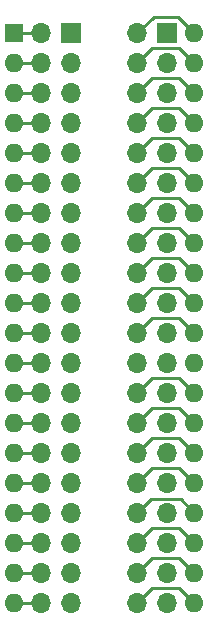
<source format=gbr>
G04 #@! TF.GenerationSoftware,KiCad,Pcbnew,7.0.2-0*
G04 #@! TF.CreationDate,2023-10-04T23:29:07+02:00*
G04 #@! TF.ProjectId,Z80 UUT Cable Header,5a383020-5555-4542-9043-61626c652048,rev?*
G04 #@! TF.SameCoordinates,Original*
G04 #@! TF.FileFunction,Copper,L2,Bot*
G04 #@! TF.FilePolarity,Positive*
%FSLAX46Y46*%
G04 Gerber Fmt 4.6, Leading zero omitted, Abs format (unit mm)*
G04 Created by KiCad (PCBNEW 7.0.2-0) date 2023-10-04 23:29:07*
%MOMM*%
%LPD*%
G01*
G04 APERTURE LIST*
G04 #@! TA.AperFunction,ComponentPad*
%ADD10R,1.700000X1.700000*%
G04 #@! TD*
G04 #@! TA.AperFunction,ComponentPad*
%ADD11O,1.700000X1.700000*%
G04 #@! TD*
G04 #@! TA.AperFunction,ComponentPad*
%ADD12R,1.600000X1.600000*%
G04 #@! TD*
G04 #@! TA.AperFunction,ComponentPad*
%ADD13O,1.600000X1.600000*%
G04 #@! TD*
G04 #@! TA.AperFunction,Conductor*
%ADD14C,0.250000*%
G04 #@! TD*
G04 APERTURE END LIST*
D10*
X126873000Y-57912000D03*
D11*
X124333000Y-57912000D03*
X126873000Y-60452000D03*
X124333000Y-60452000D03*
X126873000Y-62992000D03*
X124333000Y-62992000D03*
X126873000Y-65532000D03*
X124333000Y-65532000D03*
X126873000Y-68072000D03*
X124333000Y-68072000D03*
X126873000Y-70612000D03*
X124333000Y-70612000D03*
X126873000Y-73152000D03*
X124333000Y-73152000D03*
X126873000Y-75692000D03*
X124333000Y-75692000D03*
X126873000Y-78232000D03*
X124333000Y-78232000D03*
X126873000Y-80772000D03*
X124333000Y-80772000D03*
X126873000Y-83312000D03*
X124333000Y-83312000D03*
X126873000Y-85852000D03*
X124333000Y-85852000D03*
X126873000Y-88392000D03*
X124333000Y-88392000D03*
X126873000Y-90932000D03*
X124333000Y-90932000D03*
X126873000Y-93472000D03*
X124333000Y-93472000D03*
X126873000Y-96012000D03*
X124333000Y-96012000D03*
X126873000Y-98552000D03*
X124333000Y-98552000D03*
X126873000Y-101092000D03*
X124333000Y-101092000D03*
X126873000Y-103632000D03*
X124333000Y-103632000D03*
X126873000Y-106172000D03*
X124333000Y-106172000D03*
D10*
X135001000Y-57912000D03*
D11*
X132461000Y-57912000D03*
X135001000Y-60452000D03*
X132461000Y-60452000D03*
X135001000Y-62992000D03*
X132461000Y-62992000D03*
X135001000Y-65532000D03*
X132461000Y-65532000D03*
X135001000Y-68072000D03*
X132461000Y-68072000D03*
X135001000Y-70612000D03*
X132461000Y-70612000D03*
X135001000Y-73152000D03*
X132461000Y-73152000D03*
X135001000Y-75692000D03*
X132461000Y-75692000D03*
X135001000Y-78232000D03*
X132461000Y-78232000D03*
X135001000Y-80772000D03*
X132461000Y-80772000D03*
X135001000Y-83312000D03*
X132461000Y-83312000D03*
X135001000Y-85852000D03*
X132461000Y-85852000D03*
X135001000Y-88392000D03*
X132461000Y-88392000D03*
X135001000Y-90932000D03*
X132461000Y-90932000D03*
X135001000Y-93472000D03*
X132461000Y-93472000D03*
X135001000Y-96012000D03*
X132461000Y-96012000D03*
X135001000Y-98552000D03*
X132461000Y-98552000D03*
X135001000Y-101092000D03*
X132461000Y-101092000D03*
X135001000Y-103632000D03*
X132461000Y-103632000D03*
X135001000Y-106172000D03*
X132461000Y-106172000D03*
D12*
X122047000Y-57912000D03*
D13*
X122047000Y-60452000D03*
X122047000Y-62992000D03*
X122047000Y-65532000D03*
X122047000Y-68072000D03*
X122047000Y-70612000D03*
X122047000Y-73152000D03*
X122047000Y-75692000D03*
X122047000Y-78232000D03*
X122047000Y-80772000D03*
X122047000Y-83312000D03*
X122047000Y-85852000D03*
X122047000Y-88392000D03*
X122047000Y-90932000D03*
X122047000Y-93472000D03*
X122047000Y-96012000D03*
X122047000Y-98552000D03*
X122047000Y-101092000D03*
X122047000Y-103632000D03*
X122047000Y-106172000D03*
X137287000Y-106172000D03*
X137287000Y-103632000D03*
X137287000Y-101092000D03*
X137287000Y-98552000D03*
X137287000Y-96012000D03*
X137287000Y-93472000D03*
X137287000Y-90932000D03*
X137287000Y-88392000D03*
X137287000Y-85852000D03*
X137287000Y-83312000D03*
X137287000Y-80772000D03*
X137287000Y-78232000D03*
X137287000Y-75692000D03*
X137287000Y-73152000D03*
X137287000Y-70612000D03*
X137287000Y-68072000D03*
X137287000Y-65532000D03*
X137287000Y-62992000D03*
X137287000Y-60452000D03*
X137287000Y-57912000D03*
D14*
X122047000Y-57912000D02*
X124333000Y-57912000D01*
X122047000Y-60452000D02*
X124333000Y-60452000D01*
X122047000Y-62992000D02*
X124333000Y-62992000D01*
X122047000Y-65532000D02*
X124333000Y-65532000D01*
X122047000Y-68072000D02*
X124333000Y-68072000D01*
X122047000Y-70612000D02*
X124333000Y-70612000D01*
X122047000Y-73152000D02*
X124333000Y-73152000D01*
X122047000Y-75692000D02*
X124333000Y-75692000D01*
X122047000Y-78232000D02*
X124333000Y-78232000D01*
X122047000Y-80772000D02*
X124333000Y-80772000D01*
X122047000Y-83312000D02*
X124333000Y-83312000D01*
X122047000Y-85852000D02*
X124333000Y-85852000D01*
X122047000Y-88392000D02*
X124333000Y-88392000D01*
X122047000Y-90932000D02*
X124333000Y-90932000D01*
X122047000Y-93472000D02*
X124333000Y-93472000D01*
X122047000Y-96012000D02*
X124333000Y-96012000D01*
X122047000Y-98552000D02*
X124333000Y-98552000D01*
X122047000Y-101092000D02*
X124333000Y-101092000D01*
X122047000Y-103632000D02*
X124333000Y-103632000D01*
X124333000Y-106172000D02*
X122047000Y-106172000D01*
X133858000Y-56515000D02*
X135890000Y-56515000D01*
X135890000Y-56515000D02*
X137287000Y-57912000D01*
X132461000Y-57912000D02*
X133858000Y-56515000D01*
X133731000Y-59182000D02*
X136017000Y-59182000D01*
X132461000Y-60452000D02*
X133731000Y-59182000D01*
X136017000Y-59182000D02*
X137287000Y-60452000D01*
X132461000Y-62992000D02*
X133731000Y-61722000D01*
X136017000Y-61722000D02*
X137287000Y-62992000D01*
X133731000Y-61722000D02*
X136017000Y-61722000D01*
X132461000Y-65532000D02*
X133731000Y-64262000D01*
X133731000Y-64262000D02*
X136017000Y-64262000D01*
X136017000Y-64262000D02*
X137287000Y-65532000D01*
X133731000Y-66802000D02*
X136017000Y-66802000D01*
X132461000Y-68072000D02*
X133731000Y-66802000D01*
X136017000Y-66802000D02*
X137287000Y-68072000D01*
X136017000Y-69342000D02*
X137287000Y-70612000D01*
X133731000Y-69342000D02*
X136017000Y-69342000D01*
X132461000Y-70612000D02*
X133731000Y-69342000D01*
X133731000Y-71882000D02*
X136017000Y-71882000D01*
X132461000Y-73152000D02*
X133731000Y-71882000D01*
X136017000Y-71882000D02*
X137287000Y-73152000D01*
X133731000Y-74422000D02*
X136017000Y-74422000D01*
X136017000Y-74422000D02*
X137287000Y-75692000D01*
X132461000Y-75692000D02*
X133731000Y-74422000D01*
X136017000Y-76962000D02*
X137287000Y-78232000D01*
X133731000Y-76962000D02*
X136017000Y-76962000D01*
X132461000Y-78232000D02*
X133731000Y-76962000D01*
X132461000Y-80772000D02*
X133731000Y-79502000D01*
X136017000Y-79502000D02*
X137287000Y-80772000D01*
X133731000Y-79502000D02*
X136017000Y-79502000D01*
X136017000Y-82042000D02*
X137287000Y-83312000D01*
X133731000Y-82042000D02*
X136017000Y-82042000D01*
X132461000Y-83312000D02*
X133731000Y-82042000D01*
X132461000Y-88392000D02*
X133731000Y-87122000D01*
X136017000Y-87122000D02*
X137287000Y-88392000D01*
X133731000Y-87122000D02*
X136017000Y-87122000D01*
X136017000Y-89662000D02*
X137287000Y-90932000D01*
X133731000Y-89662000D02*
X136017000Y-89662000D01*
X132461000Y-90932000D02*
X133731000Y-89662000D01*
X132461000Y-93472000D02*
X133731000Y-92202000D01*
X133731000Y-92202000D02*
X136017000Y-92202000D01*
X136017000Y-92202000D02*
X137287000Y-93472000D01*
X136017000Y-94742000D02*
X137287000Y-96012000D01*
X132461000Y-96012000D02*
X133731000Y-94742000D01*
X133731000Y-94742000D02*
X136017000Y-94742000D01*
X133636001Y-97376999D02*
X136111999Y-97376999D01*
X136111999Y-97376999D02*
X137287000Y-98552000D01*
X132461000Y-98552000D02*
X133636001Y-97376999D01*
X132461000Y-101092000D02*
X133731000Y-99822000D01*
X133731000Y-99822000D02*
X136017000Y-99822000D01*
X136017000Y-99822000D02*
X137287000Y-101092000D01*
X132461000Y-103632000D02*
X133731000Y-102362000D01*
X133731000Y-102362000D02*
X136017000Y-102362000D01*
X136017000Y-102362000D02*
X137287000Y-103632000D01*
X132461000Y-106172000D02*
X133731000Y-104902000D01*
X136017000Y-104902000D02*
X137287000Y-106172000D01*
X133731000Y-104902000D02*
X136017000Y-104902000D01*
M02*

</source>
